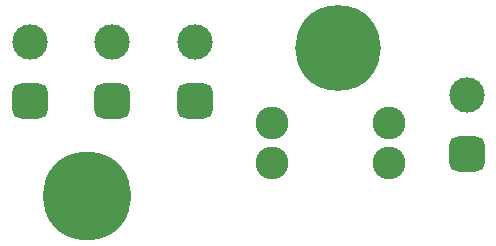
<source format=gbr>
%TF.GenerationSoftware,KiCad,Pcbnew,8.0.5*%
%TF.CreationDate,2024-12-04T12:45:57-05:00*%
%TF.ProjectId,RailsidePDB,5261696c-7369-4646-9550-44422e6b6963,rev?*%
%TF.SameCoordinates,Original*%
%TF.FileFunction,Soldermask,Bot*%
%TF.FilePolarity,Negative*%
%FSLAX46Y46*%
G04 Gerber Fmt 4.6, Leading zero omitted, Abs format (unit mm)*
G04 Created by KiCad (PCBNEW 8.0.5) date 2024-12-04 12:45:57*
%MOMM*%
%LPD*%
G01*
G04 APERTURE LIST*
G04 Aperture macros list*
%AMRoundRect*
0 Rectangle with rounded corners*
0 $1 Rounding radius*
0 $2 $3 $4 $5 $6 $7 $8 $9 X,Y pos of 4 corners*
0 Add a 4 corners polygon primitive as box body*
4,1,4,$2,$3,$4,$5,$6,$7,$8,$9,$2,$3,0*
0 Add four circle primitives for the rounded corners*
1,1,$1+$1,$2,$3*
1,1,$1+$1,$4,$5*
1,1,$1+$1,$6,$7*
1,1,$1+$1,$8,$9*
0 Add four rect primitives between the rounded corners*
20,1,$1+$1,$2,$3,$4,$5,0*
20,1,$1+$1,$4,$5,$6,$7,0*
20,1,$1+$1,$6,$7,$8,$9,0*
20,1,$1+$1,$8,$9,$2,$3,0*%
G04 Aperture macros list end*
%ADD10O,7.500000X7.500000*%
%ADD11RoundRect,0.750000X0.750000X-0.750000X0.750000X0.750000X-0.750000X0.750000X-0.750000X-0.750000X0*%
%ADD12C,3.000000*%
%ADD13O,7.250000X7.250000*%
%ADD14C,2.780000*%
G04 APERTURE END LIST*
D10*
%TO.C,*%
X76340000Y-79500000D03*
%TD*%
D11*
%TO.C,BT2*%
X78500000Y-71500000D03*
D12*
X78500000Y-66500000D03*
%TD*%
D13*
%TO.C,*%
X97640000Y-67000000D03*
%TD*%
D11*
%TO.C,BT3*%
X71500000Y-71500000D03*
D12*
X71500000Y-66500000D03*
%TD*%
D11*
%TO.C,BT4*%
X108500000Y-76000000D03*
D12*
X108500000Y-71000000D03*
%TD*%
D14*
%TO.C,Fuse*%
X92040000Y-73300000D03*
X92040000Y-76700000D03*
X101960000Y-73300000D03*
X101960000Y-76700000D03*
%TD*%
D11*
%TO.C,BT1*%
X85500000Y-71500000D03*
D12*
X85500000Y-66500000D03*
%TD*%
M02*

</source>
